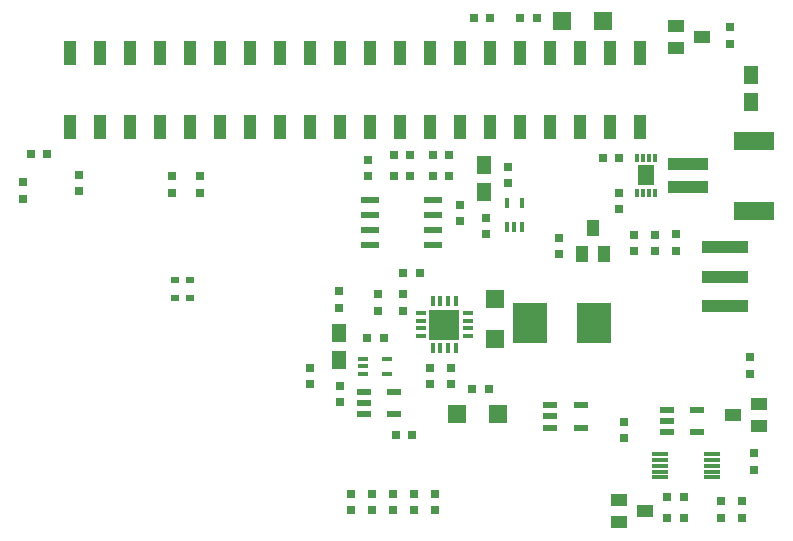
<source format=gtp>
*%FSLAX23Y23*%
*%MOIN*%
G01*
%ADD11C,0.000*%
%ADD12C,0.001*%
%ADD13C,0.002*%
%ADD14C,0.006*%
%ADD15C,0.007*%
%ADD16C,0.007*%
%ADD17C,0.008*%
%ADD18C,0.010*%
%ADD19C,0.012*%
%ADD20C,0.015*%
%ADD21C,0.018*%
%ADD22C,0.022*%
%ADD23C,0.024*%
%ADD24C,0.025*%
%ADD25C,0.029*%
%ADD26C,0.031*%
%ADD27C,0.031*%
%ADD28C,0.035*%
%ADD29C,0.035*%
%ADD30C,0.039*%
%ADD31C,0.039*%
%ADD32C,0.046*%
%ADD33C,0.047*%
%ADD34C,0.050*%
%ADD35C,0.051*%
%ADD36C,0.051*%
%ADD37C,0.054*%
%ADD38C,0.055*%
%ADD39C,0.058*%
%ADD40C,0.059*%
%ADD41C,0.059*%
%ADD42C,0.062*%
%ADD43C,0.067*%
%ADD44C,0.070*%
%ADD45C,0.074*%
%ADD46C,0.115*%
%ADD47C,0.135*%
%ADD48C,0.138*%
%ADD49C,0.138*%
%ADD50C,0.158*%
%ADD51C,0.158*%
%ADD52C,0.190*%
%ADD53C,0.194*%
%ADD54C,0.236*%
%ADD55C,0.240*%
%ADD56R,0.011X0.030*%
%ADD57R,0.012X0.030*%
%ADD58R,0.014X0.033*%
%ADD59R,0.014X0.037*%
%ADD60R,0.015X0.034*%
%ADD61R,0.016X0.034*%
%ADD62R,0.018X0.037*%
%ADD63R,0.018X0.041*%
%ADD64R,0.020X0.025*%
%ADD65R,0.021X0.021*%
%ADD66R,0.024X0.029*%
%ADD67R,0.025X0.020*%
%ADD68R,0.029X0.024*%
%ADD69R,0.030X0.011*%
%ADD70R,0.030X0.030*%
%ADD71R,0.031X0.031*%
%ADD72R,0.033X0.014*%
%ADD73R,0.034X0.015*%
%ADD74R,0.034X0.034*%
%ADD75R,0.035X0.035*%
%ADD76R,0.037X0.014*%
%ADD77R,0.037X0.018*%
%ADD78R,0.039X0.055*%
%ADD79R,0.039X0.014*%
%ADD80R,0.040X0.083*%
%ADD81R,0.041X0.018*%
%ADD82R,0.043X0.059*%
%ADD83R,0.043X0.018*%
%ADD84R,0.044X0.087*%
%ADD85R,0.047X0.055*%
%ADD86R,0.048X0.024*%
%ADD87R,0.050X0.023*%
%ADD88R,0.050X0.060*%
%ADD89R,0.051X0.071*%
%ADD90R,0.051X0.059*%
%ADD91R,0.052X0.028*%
%ADD92R,0.054X0.027*%
%ADD93R,0.054X0.064*%
%ADD94R,0.055X0.039*%
%ADD95R,0.055X0.075*%
%ADD96R,0.057X0.012*%
%ADD97R,0.057X0.067*%
%ADD98R,0.059X0.043*%
%ADD99R,0.060X0.060*%
%ADD100R,0.061X0.024*%
%ADD101R,0.061X0.051*%
%ADD102R,0.061X0.016*%
%ADD103R,0.061X0.071*%
%ADD104R,0.063X0.039*%
%ADD105R,0.064X0.064*%
%ADD106R,0.065X0.028*%
%ADD107R,0.065X0.055*%
%ADD108R,0.067X0.043*%
%ADD109R,0.085X0.030*%
%ADD110R,0.089X0.034*%
%ADD111R,0.094X0.030*%
%ADD112R,0.098X0.034*%
%ADD113R,0.104X0.104*%
%ADD114R,0.108X0.108*%
%ADD115R,0.116X0.138*%
%ADD116R,0.120X0.142*%
%ADD117R,0.134X0.059*%
%ADD118R,0.138X0.039*%
%ADD119R,0.138X0.063*%
%ADD120R,0.142X0.043*%
%ADD121R,0.169X0.169*%
%ADD122R,0.173X0.173*%
%ADD123R,0.250X0.250*%
D57*
X10776Y8312D02*
D03*
X10796D02*
D03*
X10815D02*
D03*
X10835D02*
D03*
Y8198D02*
D03*
X10815D02*
D03*
X10796D02*
D03*
X10776Y8198D02*
D03*
D58*
X10173Y7680D02*
D03*
X10147D02*
D03*
X10121D02*
D03*
X10096D02*
D03*
Y7835D02*
D03*
X10121D02*
D03*
X10147D02*
D03*
X10173D02*
D03*
D59*
X10342Y8084D02*
D03*
Y8164D02*
D03*
X10392D02*
D03*
Y8084D02*
D03*
X10367D02*
D03*
D67*
X9286Y7908D02*
D03*
X9236D02*
D03*
X9286Y7848D02*
D03*
X9236D02*
D03*
D70*
X8731Y8178D02*
D03*
Y8233D02*
D03*
X8756Y8328D02*
D03*
X8811D02*
D03*
X8916Y8203D02*
D03*
Y8258D02*
D03*
X9226Y8198D02*
D03*
Y8253D02*
D03*
X9321Y8198D02*
D03*
Y8253D02*
D03*
X9787Y7499D02*
D03*
Y7554D02*
D03*
X11152Y7594D02*
D03*
Y7649D02*
D03*
X11167Y7274D02*
D03*
Y7329D02*
D03*
X10932Y7184D02*
D03*
X10877D02*
D03*
X10932Y7114D02*
D03*
X10877D02*
D03*
X11127Y7169D02*
D03*
Y7114D02*
D03*
X11057Y7169D02*
D03*
Y7114D02*
D03*
X10732Y7379D02*
D03*
Y7434D02*
D03*
X10102Y7139D02*
D03*
Y7194D02*
D03*
X10032Y7139D02*
D03*
Y7194D02*
D03*
X9822Y7139D02*
D03*
Y7194D02*
D03*
X9892Y7139D02*
D03*
Y7194D02*
D03*
X9962Y7139D02*
D03*
Y7194D02*
D03*
X9972Y7389D02*
D03*
X10027D02*
D03*
X10087Y7559D02*
D03*
Y7614D02*
D03*
X10157Y7559D02*
D03*
Y7614D02*
D03*
X10227Y7544D02*
D03*
X10282D02*
D03*
X9912Y7859D02*
D03*
Y7804D02*
D03*
X9997D02*
D03*
Y7859D02*
D03*
Y7929D02*
D03*
X10052D02*
D03*
X10232Y8779D02*
D03*
X10287D02*
D03*
X10387D02*
D03*
X10442D02*
D03*
X11087Y8749D02*
D03*
Y8694D02*
D03*
X10662Y8314D02*
D03*
X10717D02*
D03*
X10716Y8143D02*
D03*
Y8198D02*
D03*
X10907Y8004D02*
D03*
Y8059D02*
D03*
X10836Y8058D02*
D03*
Y8003D02*
D03*
X10766Y8058D02*
D03*
Y8003D02*
D03*
X10516Y8048D02*
D03*
Y7993D02*
D03*
X10272Y8059D02*
D03*
Y8114D02*
D03*
X10347Y8229D02*
D03*
Y8284D02*
D03*
X10186Y8158D02*
D03*
Y8103D02*
D03*
X10151Y8253D02*
D03*
X10096D02*
D03*
X10151Y8323D02*
D03*
X10096D02*
D03*
X10021D02*
D03*
X9966D02*
D03*
Y8253D02*
D03*
X10021D02*
D03*
X9881D02*
D03*
Y8308D02*
D03*
X9782Y7814D02*
D03*
Y7869D02*
D03*
X9877Y7714D02*
D03*
X9932D02*
D03*
X9687Y7614D02*
D03*
Y7559D02*
D03*
D72*
X10056Y7719D02*
D03*
Y7745D02*
D03*
Y7770D02*
D03*
Y7796D02*
D03*
X10212D02*
D03*
Y7770D02*
D03*
Y7745D02*
D03*
X10212Y7719D02*
D03*
D76*
X9862Y7644D02*
D03*
X9942D02*
D03*
Y7594D02*
D03*
X9862D02*
D03*
Y7619D02*
D03*
D78*
X10629Y8081D02*
D03*
X10667Y7994D02*
D03*
X10592D02*
D03*
D80*
X10787Y8662D02*
D03*
X10687D02*
D03*
X10587D02*
D03*
X10487D02*
D03*
X10387D02*
D03*
X10287D02*
D03*
X10187D02*
D03*
X10087D02*
D03*
X9987D02*
D03*
X9887D02*
D03*
X9787D02*
D03*
X9686D02*
D03*
X9587D02*
D03*
X9487D02*
D03*
X9386D02*
D03*
X9287D02*
D03*
X9186D02*
D03*
X9087D02*
D03*
X8987D02*
D03*
X8886D02*
D03*
X10787Y8417D02*
D03*
X10687D02*
D03*
X10587D02*
D03*
X10487D02*
D03*
X10387D02*
D03*
X10287D02*
D03*
X10187D02*
D03*
X10087D02*
D03*
X9987D02*
D03*
X9887D02*
D03*
X9787D02*
D03*
X9687D02*
D03*
X9587D02*
D03*
X9487D02*
D03*
X9387D02*
D03*
X9287D02*
D03*
X9187D02*
D03*
X9087D02*
D03*
X8987D02*
D03*
X8887D02*
D03*
D86*
X10590Y7489D02*
D03*
Y7414D02*
D03*
X10487Y7452D02*
D03*
Y7414D02*
D03*
Y7489D02*
D03*
D87*
X10877Y7474D02*
D03*
Y7399D02*
D03*
Y7437D02*
D03*
X10977Y7474D02*
D03*
Y7399D02*
D03*
X9967Y7459D02*
D03*
Y7534D02*
D03*
X9867Y7497D02*
D03*
Y7459D02*
D03*
Y7534D02*
D03*
D88*
X11157Y8499D02*
D03*
Y8589D02*
D03*
X10267Y8199D02*
D03*
Y8289D02*
D03*
X9782Y7639D02*
D03*
Y7729D02*
D03*
D94*
X11095Y7456D02*
D03*
X11182Y7494D02*
D03*
Y7419D02*
D03*
X10804Y7137D02*
D03*
X10717Y7099D02*
D03*
Y7174D02*
D03*
X10907Y8754D02*
D03*
Y8679D02*
D03*
X10994Y8717D02*
D03*
D96*
X10854Y7249D02*
D03*
Y7268D02*
D03*
Y7288D02*
D03*
Y7308D02*
D03*
Y7327D02*
D03*
X11027D02*
D03*
X11027Y7308D02*
D03*
Y7288D02*
D03*
X11027Y7268D02*
D03*
X11027Y7249D02*
D03*
D97*
X10806Y8255D02*
D03*
D99*
X10312Y7459D02*
D03*
X10177D02*
D03*
X10302Y7709D02*
D03*
Y7844D02*
D03*
X10662Y8769D02*
D03*
X10527D02*
D03*
D100*
X10098Y8022D02*
D03*
Y8072D02*
D03*
Y8122D02*
D03*
Y8172D02*
D03*
X9886Y8022D02*
D03*
Y8072D02*
D03*
Y8122D02*
D03*
Y8172D02*
D03*
D104*
X11117Y8016D02*
D03*
X11070D02*
D03*
X11023D02*
D03*
X11117Y7918D02*
D03*
X11066D02*
D03*
X11023D02*
D03*
X11117Y7819D02*
D03*
X11071D02*
D03*
X11023D02*
D03*
D113*
X10134Y7758D02*
D03*
D115*
X10633Y7762D02*
D03*
X10419D02*
D03*
D117*
X11166Y8135D02*
D03*
Y8371D02*
D03*
D118*
X10947Y8215D02*
D03*
Y8293D02*
D03*
M02*

</source>
